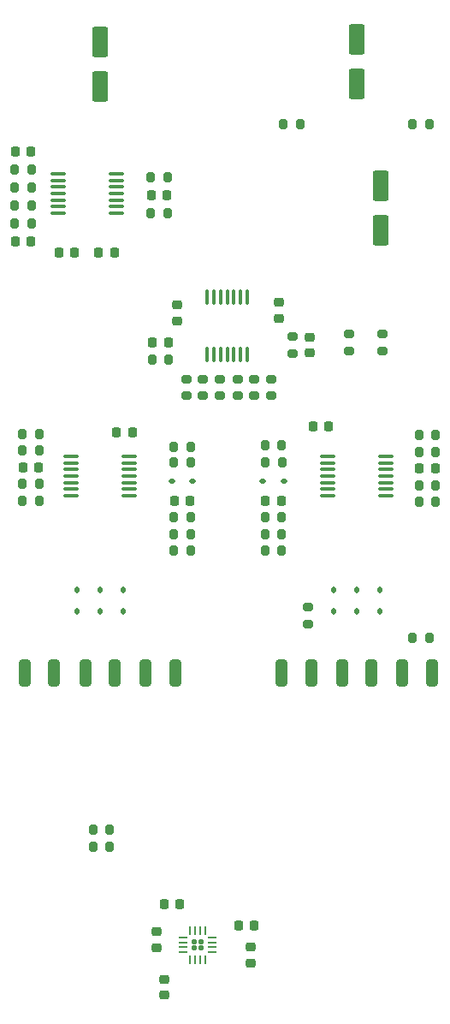
<source format=gbr>
%TF.GenerationSoftware,KiCad,Pcbnew,8.0.7*%
%TF.CreationDate,2025-01-10T16:02:57-05:00*%
%TF.ProjectId,output module,6f757470-7574-4206-9d6f-64756c652e6b,B*%
%TF.SameCoordinates,Original*%
%TF.FileFunction,Paste,Bot*%
%TF.FilePolarity,Positive*%
%FSLAX46Y46*%
G04 Gerber Fmt 4.6, Leading zero omitted, Abs format (unit mm)*
G04 Created by KiCad (PCBNEW 8.0.7) date 2025-01-10 16:02:57*
%MOMM*%
%LPD*%
G01*
G04 APERTURE LIST*
G04 Aperture macros list*
%AMRoundRect*
0 Rectangle with rounded corners*
0 $1 Rounding radius*
0 $2 $3 $4 $5 $6 $7 $8 $9 X,Y pos of 4 corners*
0 Add a 4 corners polygon primitive as box body*
4,1,4,$2,$3,$4,$5,$6,$7,$8,$9,$2,$3,0*
0 Add four circle primitives for the rounded corners*
1,1,$1+$1,$2,$3*
1,1,$1+$1,$4,$5*
1,1,$1+$1,$6,$7*
1,1,$1+$1,$8,$9*
0 Add four rect primitives between the rounded corners*
20,1,$1+$1,$2,$3,$4,$5,0*
20,1,$1+$1,$4,$5,$6,$7,0*
20,1,$1+$1,$6,$7,$8,$9,0*
20,1,$1+$1,$8,$9,$2,$3,0*%
G04 Aperture macros list end*
%ADD10RoundRect,0.200000X0.200000X0.275000X-0.200000X0.275000X-0.200000X-0.275000X0.200000X-0.275000X0*%
%ADD11RoundRect,0.200000X-0.200000X-0.275000X0.200000X-0.275000X0.200000X0.275000X-0.200000X0.275000X0*%
%ADD12RoundRect,0.200000X0.275000X-0.200000X0.275000X0.200000X-0.275000X0.200000X-0.275000X-0.200000X0*%
%ADD13RoundRect,0.112500X0.112500X-0.187500X0.112500X0.187500X-0.112500X0.187500X-0.112500X-0.187500X0*%
%ADD14RoundRect,0.100000X0.100000X-0.637500X0.100000X0.637500X-0.100000X0.637500X-0.100000X-0.637500X0*%
%ADD15RoundRect,0.250000X0.312500X1.075000X-0.312500X1.075000X-0.312500X-1.075000X0.312500X-1.075000X0*%
%ADD16RoundRect,0.200000X-0.275000X0.200000X-0.275000X-0.200000X0.275000X-0.200000X0.275000X0.200000X0*%
%ADD17RoundRect,0.225000X0.225000X0.250000X-0.225000X0.250000X-0.225000X-0.250000X0.225000X-0.250000X0*%
%ADD18RoundRect,0.250000X-0.550000X1.250000X-0.550000X-1.250000X0.550000X-1.250000X0.550000X1.250000X0*%
%ADD19RoundRect,0.225000X0.250000X-0.225000X0.250000X0.225000X-0.250000X0.225000X-0.250000X-0.225000X0*%
%ADD20RoundRect,0.225000X-0.225000X-0.250000X0.225000X-0.250000X0.225000X0.250000X-0.225000X0.250000X0*%
%ADD21RoundRect,0.125000X-0.125000X-0.125000X0.125000X-0.125000X0.125000X0.125000X-0.125000X0.125000X0*%
%ADD22RoundRect,0.062500X-0.350000X-0.062500X0.350000X-0.062500X0.350000X0.062500X-0.350000X0.062500X0*%
%ADD23RoundRect,0.062500X-0.062500X-0.350000X0.062500X-0.350000X0.062500X0.350000X-0.062500X0.350000X0*%
%ADD24RoundRect,0.100000X-0.637500X-0.100000X0.637500X-0.100000X0.637500X0.100000X-0.637500X0.100000X0*%
%ADD25RoundRect,0.250000X0.550000X-1.250000X0.550000X1.250000X-0.550000X1.250000X-0.550000X-1.250000X0*%
%ADD26RoundRect,0.100000X0.637500X0.100000X-0.637500X0.100000X-0.637500X-0.100000X0.637500X-0.100000X0*%
%ADD27RoundRect,0.112500X0.187500X0.112500X-0.187500X0.112500X-0.187500X-0.112500X0.187500X-0.112500X0*%
%ADD28RoundRect,0.225000X-0.250000X0.225000X-0.250000X-0.225000X0.250000X-0.225000X0.250000X0.225000X0*%
G04 APERTURE END LIST*
D10*
%TO.C,R27*%
X102044000Y-107188000D03*
X100394000Y-107188000D03*
%TD*%
D11*
%TO.C,R26*%
X100419400Y-98425000D03*
X102069400Y-98425000D03*
%TD*%
D12*
%TO.C,R16*%
X94234000Y-91896000D03*
X94234000Y-90246000D03*
%TD*%
%TO.C,R19*%
X100965000Y-91884000D03*
X100965000Y-90234000D03*
%TD*%
D10*
%TO.C,R39*%
X78041000Y-100584000D03*
X76391000Y-100584000D03*
%TD*%
D13*
%TO.C,D4*%
X107188000Y-113191000D03*
X107188000Y-111091000D03*
%TD*%
D11*
%TO.C,R46*%
X91377000Y-103886000D03*
X93027000Y-103886000D03*
%TD*%
D14*
%TO.C,U5*%
X98597000Y-87825500D03*
X97947000Y-87825500D03*
X97297000Y-87825500D03*
X96647000Y-87825500D03*
X95997000Y-87825500D03*
X95347000Y-87825500D03*
X94697000Y-87825500D03*
X94697000Y-82100500D03*
X95347000Y-82100500D03*
X95997000Y-82100500D03*
X96647000Y-82100500D03*
X97297000Y-82100500D03*
X97947000Y-82100500D03*
X98597000Y-82100500D03*
%TD*%
D15*
%TO.C,R33*%
X116905500Y-119253000D03*
X113980500Y-119253000D03*
%TD*%
D16*
%TO.C,R11*%
X112014000Y-85789000D03*
X112014000Y-87439000D03*
%TD*%
D17*
%TO.C,C2*%
X90691000Y-72009000D03*
X89141000Y-72009000D03*
%TD*%
D15*
%TO.C,R31*%
X104967500Y-119253000D03*
X102042500Y-119253000D03*
%TD*%
D18*
%TO.C,C23*%
X111810800Y-71129800D03*
X111810800Y-75529800D03*
%TD*%
D16*
%TO.C,R14*%
X104648000Y-112776000D03*
X104648000Y-114426000D03*
%TD*%
D13*
%TO.C,D9*%
X84074000Y-113191000D03*
X84074000Y-111091000D03*
%TD*%
D10*
%TO.C,R8*%
X85026000Y-136495000D03*
X83376000Y-136495000D03*
%TD*%
D12*
%TO.C,R22*%
X103124000Y-87693000D03*
X103124000Y-86043000D03*
%TD*%
D10*
%TO.C,R7*%
X85026000Y-134747000D03*
X83376000Y-134747000D03*
%TD*%
%TO.C,R35*%
X78041000Y-102235000D03*
X76391000Y-102235000D03*
%TD*%
%TO.C,R40*%
X78041000Y-95631000D03*
X76391000Y-95631000D03*
%TD*%
D19*
%TO.C,C14*%
X104775000Y-87643000D03*
X104775000Y-86093000D03*
%TD*%
D12*
%TO.C,R20*%
X99314000Y-91884000D03*
X99314000Y-90234000D03*
%TD*%
D20*
%TO.C,C10*%
X97764000Y-144272000D03*
X99314000Y-144272000D03*
%TD*%
D10*
%TO.C,R23*%
X102044000Y-105537000D03*
X100394000Y-105537000D03*
%TD*%
D17*
%TO.C,C13*%
X90818000Y-86614000D03*
X89268000Y-86614000D03*
%TD*%
D10*
%TO.C,R2*%
X90741000Y-70231000D03*
X89091000Y-70231000D03*
%TD*%
D20*
%TO.C,C24*%
X115684000Y-99060000D03*
X117234000Y-99060000D03*
%TD*%
D13*
%TO.C,D11*%
X86360000Y-113191000D03*
X86360000Y-111091000D03*
%TD*%
D15*
%TO.C,R43*%
X91505500Y-119253000D03*
X88580500Y-119253000D03*
%TD*%
D12*
%TO.C,R18*%
X97663000Y-91884000D03*
X97663000Y-90234000D03*
%TD*%
D11*
%TO.C,R28*%
X115634000Y-97409000D03*
X117284000Y-97409000D03*
%TD*%
D10*
%TO.C,R13*%
X116649000Y-115824000D03*
X114999000Y-115824000D03*
%TD*%
D12*
%TO.C,R17*%
X92583000Y-91884000D03*
X92583000Y-90234000D03*
%TD*%
D11*
%TO.C,R10*%
X102222800Y-65049400D03*
X103872800Y-65049400D03*
%TD*%
D21*
%TO.C,U2*%
X93416000Y-145867000D03*
X93416000Y-146487000D03*
X94036000Y-145867000D03*
X94036000Y-146487000D03*
D22*
X92288500Y-146927000D03*
X92288500Y-146427000D03*
X92288500Y-145927000D03*
X92288500Y-145427000D03*
D23*
X92976000Y-144739500D03*
X93476000Y-144739500D03*
X93976000Y-144739500D03*
X94476000Y-144739500D03*
D22*
X95163500Y-145427000D03*
X95163500Y-145927000D03*
X95163500Y-146427000D03*
X95163500Y-146927000D03*
D23*
X94476000Y-147614500D03*
X93976000Y-147614500D03*
X93476000Y-147614500D03*
X92976000Y-147614500D03*
%TD*%
D24*
%TO.C,U1*%
X79941500Y-73832000D03*
X79941500Y-73182000D03*
X79941500Y-72532000D03*
X79941500Y-71882000D03*
X79941500Y-71232000D03*
X79941500Y-70582000D03*
X79941500Y-69932000D03*
X85666500Y-69932000D03*
X85666500Y-70582000D03*
X85666500Y-71232000D03*
X85666500Y-71882000D03*
X85666500Y-72532000D03*
X85666500Y-73182000D03*
X85666500Y-73832000D03*
%TD*%
D13*
%TO.C,D2*%
X109474000Y-113191000D03*
X109474000Y-111091000D03*
%TD*%
D10*
%TO.C,R41*%
X93027000Y-107188000D03*
X91377000Y-107188000D03*
%TD*%
D11*
%TO.C,R25*%
X115634000Y-100711000D03*
X117284000Y-100711000D03*
%TD*%
D25*
%TO.C,C21*%
X109474000Y-61001000D03*
X109474000Y-56601000D03*
%TD*%
D20*
%TO.C,C25*%
X105143000Y-94869000D03*
X106693000Y-94869000D03*
%TD*%
D10*
%TO.C,R38*%
X93027000Y-98425000D03*
X91377000Y-98425000D03*
%TD*%
D17*
%TO.C,C9*%
X91961000Y-142113000D03*
X90411000Y-142113000D03*
%TD*%
D13*
%TO.C,D3*%
X111760000Y-113191000D03*
X111760000Y-111091000D03*
%TD*%
D26*
%TO.C,U4*%
X112336500Y-97872000D03*
X112336500Y-98522000D03*
X112336500Y-99172000D03*
X112336500Y-99822000D03*
X112336500Y-100472000D03*
X112336500Y-101122000D03*
X112336500Y-101772000D03*
X106611500Y-101772000D03*
X106611500Y-101122000D03*
X106611500Y-100472000D03*
X106611500Y-99822000D03*
X106611500Y-99172000D03*
X106611500Y-98522000D03*
X106611500Y-97872000D03*
%TD*%
D11*
%TO.C,R30*%
X100394000Y-96748600D03*
X102044000Y-96748600D03*
%TD*%
D15*
%TO.C,R44*%
X85536500Y-119253000D03*
X82611500Y-119253000D03*
%TD*%
D25*
%TO.C,C22*%
X84074000Y-61255000D03*
X84074000Y-56855000D03*
%TD*%
D17*
%TO.C,C18*%
X85484000Y-77724000D03*
X83934000Y-77724000D03*
%TD*%
D16*
%TO.C,R12*%
X108712000Y-85789000D03*
X108712000Y-87439000D03*
%TD*%
D10*
%TO.C,R5*%
X90741000Y-73787000D03*
X89091000Y-73787000D03*
%TD*%
D27*
%TO.C,D8*%
X93252000Y-100330000D03*
X91152000Y-100330000D03*
%TD*%
D17*
%TO.C,C1*%
X77229000Y-76581000D03*
X75679000Y-76581000D03*
%TD*%
D11*
%TO.C,R37*%
X91377000Y-105537000D03*
X93027000Y-105537000D03*
%TD*%
D19*
%TO.C,C19*%
X91694000Y-84468000D03*
X91694000Y-82918000D03*
%TD*%
D26*
%TO.C,U3*%
X86936500Y-97872000D03*
X86936500Y-98522000D03*
X86936500Y-99172000D03*
X86936500Y-99822000D03*
X86936500Y-100472000D03*
X86936500Y-101122000D03*
X86936500Y-101772000D03*
X81211500Y-101772000D03*
X81211500Y-101122000D03*
X81211500Y-100472000D03*
X81211500Y-99822000D03*
X81211500Y-99172000D03*
X81211500Y-98522000D03*
X81211500Y-97872000D03*
%TD*%
D13*
%TO.C,D10*%
X81788000Y-113191000D03*
X81788000Y-111091000D03*
%TD*%
D10*
%TO.C,R42*%
X93027000Y-96901000D03*
X91377000Y-96901000D03*
%TD*%
D28*
%TO.C,C11*%
X98933000Y-146418000D03*
X98933000Y-147968000D03*
%TD*%
D10*
%TO.C,R3*%
X77279000Y-71247000D03*
X75629000Y-71247000D03*
%TD*%
D20*
%TO.C,C27*%
X76441000Y-98933000D03*
X77991000Y-98933000D03*
%TD*%
D27*
%TO.C,D1*%
X102269000Y-100330000D03*
X100169000Y-100330000D03*
%TD*%
D28*
%TO.C,C20*%
X101727000Y-82664000D03*
X101727000Y-84214000D03*
%TD*%
D17*
%TO.C,C17*%
X81547000Y-77724000D03*
X79997000Y-77724000D03*
%TD*%
D28*
%TO.C,C8*%
X89662000Y-144894000D03*
X89662000Y-146444000D03*
%TD*%
D15*
%TO.C,R45*%
X79506000Y-119253000D03*
X76581000Y-119253000D03*
%TD*%
D17*
%TO.C,C16*%
X92977000Y-102235000D03*
X91427000Y-102235000D03*
%TD*%
D10*
%TO.C,R9*%
X116649000Y-65024000D03*
X114999000Y-65024000D03*
%TD*%
%TO.C,R6*%
X77279000Y-69469000D03*
X75629000Y-69469000D03*
%TD*%
D11*
%TO.C,R24*%
X115634000Y-95758000D03*
X117284000Y-95758000D03*
%TD*%
%TO.C,R34*%
X100394000Y-103886000D03*
X102044000Y-103886000D03*
%TD*%
D10*
%TO.C,R1*%
X77279000Y-73025000D03*
X75629000Y-73025000D03*
%TD*%
%TO.C,R4*%
X77279000Y-74803000D03*
X75629000Y-74803000D03*
%TD*%
D17*
%TO.C,C15*%
X101994000Y-102235000D03*
X100444000Y-102235000D03*
%TD*%
D15*
%TO.C,R32*%
X110936500Y-119253000D03*
X108011500Y-119253000D03*
%TD*%
D20*
%TO.C,C26*%
X85712000Y-95504000D03*
X87262000Y-95504000D03*
%TD*%
D17*
%TO.C,C3*%
X77229000Y-67691000D03*
X75679000Y-67691000D03*
%TD*%
D10*
%TO.C,R36*%
X78041000Y-97282000D03*
X76391000Y-97282000D03*
%TD*%
D11*
%TO.C,R29*%
X115634000Y-102362000D03*
X117284000Y-102362000D03*
%TD*%
D12*
%TO.C,R15*%
X95885000Y-91896000D03*
X95885000Y-90246000D03*
%TD*%
D10*
%TO.C,R21*%
X90868000Y-88265000D03*
X89218000Y-88265000D03*
%TD*%
D28*
%TO.C,C12*%
X90424000Y-149593000D03*
X90424000Y-151143000D03*
%TD*%
M02*

</source>
